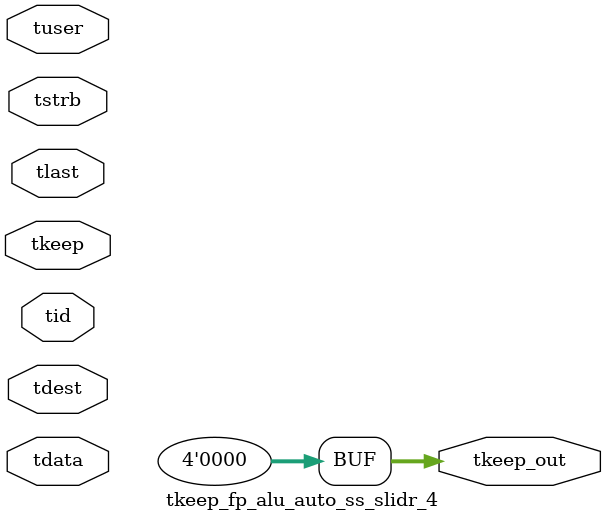
<source format=v>


`timescale 1ps/1ps

module tkeep_fp_alu_auto_ss_slidr_4 #
(
parameter C_S_AXIS_TDATA_WIDTH = 32,
parameter C_S_AXIS_TUSER_WIDTH = 0,
parameter C_S_AXIS_TID_WIDTH   = 0,
parameter C_S_AXIS_TDEST_WIDTH = 0,
parameter C_M_AXIS_TDATA_WIDTH = 32
)
(
input  [(C_S_AXIS_TDATA_WIDTH == 0 ? 1 : C_S_AXIS_TDATA_WIDTH)-1:0     ] tdata,
input  [(C_S_AXIS_TUSER_WIDTH == 0 ? 1 : C_S_AXIS_TUSER_WIDTH)-1:0     ] tuser,
input  [(C_S_AXIS_TID_WIDTH   == 0 ? 1 : C_S_AXIS_TID_WIDTH)-1:0       ] tid,
input  [(C_S_AXIS_TDEST_WIDTH == 0 ? 1 : C_S_AXIS_TDEST_WIDTH)-1:0     ] tdest,
input  [(C_S_AXIS_TDATA_WIDTH/8)-1:0 ] tkeep,
input  [(C_S_AXIS_TDATA_WIDTH/8)-1:0 ] tstrb,
input                                                                    tlast,
output [(C_M_AXIS_TDATA_WIDTH/8)-1:0 ] tkeep_out
);

assign tkeep_out = {1'b0};

endmodule


</source>
